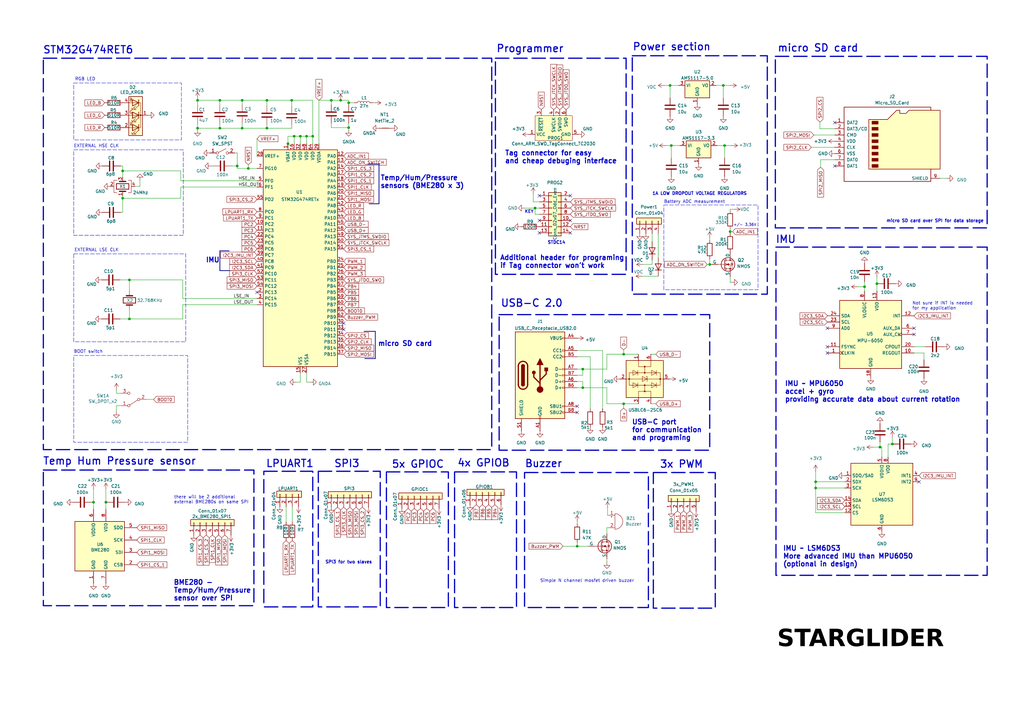
<source format=kicad_sch>
(kicad_sch (version 20231120) (generator "eeschema") (generator_version "8.0")
  (paper "A3")
  (title_block (title "STARGLIDER Main Board") (date "2024-08-12") (rev "1"))
  (junction (at 109.474 52.578))
  (junction (at 81.026 52.578))
  (junction (at 334.518 200.152))
  (junction (at 90.17 52.578))
  (junction (at 125.73 55.88))
  (junction (at 38.354 205.994))
  (junction (at 90.17 41.148))
  (junction (at 118.11 58.928))
  (junction (at 135.89 41.148))
  (junction (at 120.65 55.88))
  (junction (at 128.27 55.88))
  (junction (at 50.292 70.104))
  (junction (at 119.634 41.148))
  (junction (at 81.026 41.148))
  (junction (at 366.014 182.118))
  (junction (at 139.7 41.148))
  (junction (at 99.314 52.578))
  (junction (at 291.084 108.458))
  (junction (at 296.672 35.052))
  (junction (at 255.778 165.608))
  (junction (at 236.728 224.028))
  (junction (at 255.778 145.288))
  (junction (at 53.086 114.808))
  (junction (at 354.584 117.602))
  (junction (at 299.466 94.996))
  (junction (at 123.19 55.88))
  (junction (at 274.828 35.052))
  (junction (at 143.002 52.324))
  (junction (at 359.664 116.332))
  (junction (at 50.292 81.28))
  (junction (at 143.002 42.164))
  (junction (at 297.18 59.69))
  (junction (at 239.014 159.004))
  (junction (at 109.474 41.148))
  (junction (at 53.086 130.81))
  (junction (at 99.314 41.148))
  (junction (at 334.518 197.612))
  (junction (at 239.014 151.384))
  (junction (at 360.934 183.388))
  (junction (at 275.336 59.69))
  (junction (at 219.456 85.344))
  (junction (at 43.434 205.994))
  (junction (at 97.282 68.072))
  (junction (at 101.854 69.088))
  (no_connect (at 233.934 80.264))
  (no_connect (at 233.934 95.504))
  (no_connect (at 236.728 169.164))
  (no_connect (at 376.936 197.612))
  (no_connect (at 233.934 90.424))
  (no_connect (at 342.392 68.072))
  (no_connect (at 374.904 137.16))
  (no_connect (at 140.97 135.128))
  (no_connect (at 221.234 80.264))
  (no_connect (at 140.97 132.588))
  (no_connect (at 339.344 134.62))
  (no_connect (at 236.728 166.624))
  (no_connect (at 339.344 144.78))
  (no_connect (at 374.904 134.62))
  (no_connect (at 342.392 50.292))
  (no_connect (at 105.41 119.888))
  (no_connect (at 221.234 90.424))
  (no_connect (at 339.344 142.24))
  (no_connect (at 221.234 95.504))
  (wire (pts (xy 255.778 143.51) (xy 255.778 145.288)))
  (wire (pts (xy 43.434 205.994) (xy 43.434 208.788)))
  (wire (pts (xy 291.084 108.458) (xy 291.846 108.458)))
  (wire (pts (xy 130.81 41.148) (xy 135.89 41.148)))
  (wire (pts (xy 230.886 224.028) (xy 236.728 224.028)))
  (wire (pts (xy 109.474 51.054) (xy 109.474 52.578)))
  (wire (pts (xy 97.282 68.072) (xy 94.996 68.072)))
  (wire (pts (xy 342.392 52.832) (xy 336.296 52.832)))
  (wire (pts (xy 81.026 50.8) (xy 81.026 52.578)))
  (wire (pts (xy 336.296 50.038) (xy 336.296 52.832)))
  (wire (pts (xy 86.614 68.072) (xy 87.376 68.072)))
  (wire (pts (xy 236.728 159.004) (xy 239.014 159.004)))
  (wire (pts (xy 236.728 224.028) (xy 241.3 224.028)))
  (wire (pts (xy 81.026 40.386) (xy 81.026 41.148)))
  (wire (pts (xy 135.89 52.324) (xy 135.89 50.546)))
  (wire (pts (xy 90.17 41.148) (xy 90.17 43.18)))
  (wire (pts (xy 119.634 51.308) (xy 119.634 52.578)))
  (wire (pts (xy 153.67 42.164) (xy 152.908 42.164)))
  (wire (pts (xy 53.086 114.808) (xy 74.93 114.808)))
  (wire (pts (xy 97.282 69.088) (xy 97.282 68.072)))
  (wire (pts (xy 109.474 41.148) (xy 109.474 43.434)))
  (wire (pts (xy 53.086 127) (xy 53.086 130.81)))
  (wire (pts (xy 379.476 142.24) (xy 374.904 142.24)))
  (wire (pts (xy 49.276 114.808) (xy 53.086 114.808)))
  (wire (pts (xy 118.11 58.928) (xy 118.11 55.88)))
  (wire (pts (xy 120.65 55.88) (xy 123.19 55.88)))
  (wire (pts (xy 334.518 197.612) (xy 346.456 197.612)))
  (wire (pts (xy 236.728 213.868) (xy 236.728 214.884)))
  (wire (pts (xy 49.53 68.072) (xy 50.292 68.072)))
  (wire (pts (xy 236.728 156.464) (xy 239.014 156.464)))
  (wire (pts (xy 261.874 145.288) (xy 255.778 145.288)))
  (wire (pts (xy 215.138 85.344) (xy 219.456 85.344)))
  (wire (pts (xy 294.132 59.69) (xy 297.18 59.69)))
  (bus (pts (xy 90.17 110.998) (xy 93.98 110.998)))
  (wire (pts (xy 249.682 211.328) (xy 249.174 211.328)))
  (bus (pts (xy 150.876 67.31) (xy 155.448 67.31)))
  (wire (pts (xy 97.282 62.738) (xy 96.266 62.738)))
  (wire (pts (xy 119.634 41.148) (xy 109.474 41.148)))
  (wire (pts (xy 50.292 80.264) (xy 50.292 81.28)))
  (wire (pts (xy 128.27 41.148) (xy 119.634 41.148)))
  (wire (pts (xy 90.17 41.148) (xy 81.026 41.148)))
  (wire (pts (xy 346.456 210.312) (xy 334.518 210.312)))
  (wire (pts (xy 270.002 95.758) (xy 270.002 105.664)))
  (wire (pts (xy 300.99 85.852) (xy 299.466 85.852)))
  (wire (pts (xy 299.466 85.852) (xy 299.466 86.36)))
  (wire (pts (xy 247.142 167.64) (xy 247.142 143.764)))
  (wire (pts (xy 145.288 42.164) (xy 143.002 42.164)))
  (wire (pts (xy 135.89 52.324) (xy 143.002 52.324)))
  (wire (pts (xy 374.904 144.78) (xy 378.968 144.78)))
  (wire (pts (xy 74.168 74.168) (xy 105.41 74.168)))
  (wire (pts (xy 119.634 41.148) (xy 119.634 43.688)))
  (wire (pts (xy 275.336 59.69) (xy 275.336 64.77)))
  (wire (pts (xy 130.81 41.148) (xy 130.81 58.928)))
  (bus (pts (xy 153.924 147.066) (xy 149.606 147.066)))
  (wire (pts (xy 127.254 156.718) (xy 125.73 156.718)))
  (wire (pts (xy 296.672 35.052) (xy 299.466 35.052)))
  (wire (pts (xy 248.92 216.408) (xy 248.92 218.948)))
  (wire (pts (xy 297.18 59.69) (xy 299.974 59.69)))
  (wire (pts (xy 267.462 108.458) (xy 263.652 108.458)))
  (wire (pts (xy 354.584 115.57) (xy 354.584 117.602)))
  (wire (pts (xy 57.404 73.914) (xy 57.404 76.454)))
  (wire (pts (xy 267.462 99.06) (xy 267.462 95.758)))
  (wire (pts (xy 50.292 81.28) (xy 50.292 87.122)))
  (wire (pts (xy 299.466 93.98) (xy 299.466 94.996)))
  (wire (pts (xy 47.752 161.29) (xy 47.752 159.766)))
  (wire (pts (xy 90.17 52.578) (xy 99.314 52.578)))
  (wire (pts (xy 57.404 76.454) (xy 55.372 76.454)))
  (wire (pts (xy 275.336 59.69) (xy 278.892 59.69)))
  (wire (pts (xy 296.672 35.052) (xy 296.672 40.132)))
  (wire (pts (xy 49.784 161.29) (xy 47.752 161.29)))
  (wire (pts (xy 74.168 70.104) (xy 50.292 70.104)))
  (wire (pts (xy 351.79 117.602) (xy 354.584 117.602)))
  (bus (pts (xy 153.924 135.89) (xy 153.924 147.066)))
  (wire (pts (xy 364.236 182.118) (xy 366.014 182.118)))
  (wire (pts (xy 125.73 55.88) (xy 128.27 55.88)))
  (wire (pts (xy 143.002 41.148) (xy 143.002 42.164)))
  (wire (pts (xy 74.168 76.708) (xy 74.168 81.28)))
  (wire (pts (xy 334.518 200.152) (xy 334.518 197.612)))
  (wire (pts (xy 219.456 87.884) (xy 219.456 85.344)))
  (wire (pts (xy 378.968 147.574) (xy 378.968 144.78)))
  (wire (pts (xy 336.55 65.532) (xy 336.55 68.58)))
  (bus (pts (xy 155.448 83.566) (xy 151.384 83.566)))
  (wire (pts (xy 366.014 179.324) (xy 366.014 182.118)))
  (wire (pts (xy 242.062 167.64) (xy 242.062 146.304)))
  (wire (pts (xy 291.084 106.172) (xy 291.084 108.458)))
  (wire (pts (xy 101.854 69.088) (xy 97.282 69.088)))
  (wire (pts (xy 118.11 59.182) (xy 118.11 58.928)))
  (wire (pts (xy 49.784 166.37) (xy 47.752 166.37)))
  (wire (pts (xy 117.348 207.772) (xy 117.348 214.122)))
  (wire (pts (xy 273.05 59.69) (xy 275.336 59.69)))
  (wire (pts (xy 299.974 115.824) (xy 299.466 115.824)))
  (wire (pts (xy 272.542 35.052) (xy 274.828 35.052)))
  (wire (pts (xy 74.168 81.28) (xy 50.292 81.28)))
  (wire (pts (xy 239.014 151.384) (xy 236.728 151.384)))
  (wire (pts (xy 297.18 59.69) (xy 297.18 64.77)))
  (wire (pts (xy 267.462 106.68) (xy 267.462 108.458)))
  (wire (pts (xy 101.854 69.088) (xy 105.41 69.088)))
  (wire (pts (xy 121.412 156.718) (xy 123.19 156.718)))
  (wire (pts (xy 354.584 117.602) (xy 354.584 119.38)))
  (wire (pts (xy 109.474 52.578) (xy 119.634 52.578)))
  (wire (pts (xy 359.664 116.332) (xy 359.664 119.38)))
  (wire (pts (xy 123.19 156.718) (xy 123.19 152.908)))
  (wire (pts (xy 293.624 35.052) (xy 296.672 35.052)))
  (wire (pts (xy 236.728 222.504) (xy 236.728 224.028)))
  (wire (pts (xy 242.062 146.304) (xy 236.728 146.304)))
  (wire (pts (xy 299.466 94.996) (xy 299.466 95.758)))
  (wire (pts (xy 143.002 50.546) (xy 143.002 52.324)))
  (wire (pts (xy 218.694 82.804) (xy 221.234 82.804)))
  (wire (pts (xy 247.142 143.764) (xy 236.728 143.764)))
  (wire (pts (xy 268.986 145.288) (xy 266.954 145.288)))
  (wire (pts (xy 342.392 65.532) (xy 336.55 65.532)))
  (wire (pts (xy 50.292 68.072) (xy 50.292 70.104)))
  (wire (pts (xy 139.7 41.148) (xy 143.002 41.148)))
  (wire (pts (xy 125.73 55.88) (xy 125.73 58.928)))
  (wire (pts (xy 128.27 58.928) (xy 128.27 55.88)))
  (wire (pts (xy 239.014 156.464) (xy 239.014 159.004)))
  (wire (pts (xy 299.466 115.824) (xy 299.466 113.538)))
  (wire (pts (xy 101.854 67.564) (xy 101.854 69.088)))
  (wire (pts (xy 291.084 97.536) (xy 291.084 98.552)))
  (bus (pts (xy 93.98 102.87) (xy 90.17 102.87)))
  (wire (pts (xy 47.752 166.37) (xy 47.752 168.91)))
  (wire (pts (xy 49.276 130.81) (xy 53.086 130.81)))
  (wire (pts (xy 120.65 58.928) (xy 120.65 55.88)))
  (wire (pts (xy 37.592 205.994) (xy 38.354 205.994)))
  (wire (pts (xy 248.92 165.608) (xy 255.778 165.608)))
  (wire (pts (xy 109.474 41.148) (xy 99.314 41.148)))
  (wire (pts (xy 59.944 163.83) (xy 62.992 163.83)))
  (wire (pts (xy 74.168 70.104) (xy 74.168 74.168)))
  (wire (pts (xy 99.314 50.546) (xy 99.314 52.578)))
  (wire (pts (xy 361.696 183.388) (xy 360.934 183.388)))
  (wire (pts (xy 248.92 229.108) (xy 248.92 230.632)))
  (wire (pts (xy 334.518 197.612) (xy 334.518 193.294)))
  (wire (pts (xy 255.778 167.386) (xy 255.778 165.608)))
  (wire (pts (xy 81.026 53.34) (xy 81.026 52.578)))
  (wire (pts (xy 361.696 187.452) (xy 361.696 183.388)))
  (wire (pts (xy 274.828 35.052) (xy 274.828 40.132)))
  (wire (pts (xy 90.17 50.8) (xy 90.17 52.578)))
  (wire (pts (xy 135.89 41.148) (xy 139.7 41.148)))
  (wire (pts (xy 143.002 42.164) (xy 143.002 42.926)))
  (wire (pts (xy 38.354 205.994) (xy 38.354 208.788)))
  (wire (pts (xy 290.068 108.458) (xy 291.084 108.458)))
  (wire (pts (xy 236.728 153.924) (xy 239.014 153.924)))
  (bus (pts (xy 149.352 135.89) (xy 153.924 135.89)))
  (wire (pts (xy 128.27 55.88) (xy 128.27 41.148)))
  (wire (pts (xy 239.014 159.004) (xy 248.92 159.004)))
  (wire (pts (xy 118.11 55.88) (xy 120.65 55.88)))
  (wire (pts (xy 360.934 181.356) (xy 360.934 183.388)))
  (wire (pts (xy 268.986 165.608) (xy 266.954 165.608)))
  (wire (pts (xy 50.292 87.122) (xy 49.53 87.122)))
  (wire (pts (xy 74.93 122.428) (xy 74.93 114.808)))
  (wire (pts (xy 299.466 94.996) (xy 300.482 94.996)))
  (wire (pts (xy 239.014 153.924) (xy 239.014 151.384)))
  (wire (pts (xy 43.688 205.994) (xy 43.434 205.994)))
  (wire (pts (xy 135.89 42.926) (xy 135.89 41.148)))
  (wire (pts (xy 255.778 165.608) (xy 261.874 165.608)))
  (wire (pts (xy 263.398 113.284) (xy 270.002 113.284)))
  (wire (pts (xy 248.92 159.004) (xy 248.92 165.608)))
  (wire (pts (xy 119.888 207.772) (xy 119.888 214.122)))
  (wire (pts (xy 334.518 200.152) (xy 346.456 200.152)))
  (wire (pts (xy 333.756 55.372) (xy 342.392 55.372)))
  (wire (pts (xy 99.314 52.578) (xy 109.474 52.578)))
  (wire (pts (xy 105.41 56.896) (xy 105.41 64.008)))
  (wire (pts (xy 221.234 87.884) (xy 219.456 87.884)))
  (wire (pts (xy 74.93 124.968) (xy 105.41 124.968)))
  (wire (pts (xy 53.086 130.81) (xy 74.93 130.81)))
  (wire (pts (xy 218.694 79.502) (xy 218.694 82.804)))
  (wire (pts (xy 248.92 145.288) (xy 248.92 151.384)))
  (wire (pts (xy 249.174 211.328) (xy 249.174 208.28)))
  (wire (pts (xy 99.314 41.148) (xy 99.314 42.926)))
  (wire (pts (xy 364.236 187.452) (xy 364.236 182.118)))
  (wire (pts (xy 74.93 122.428) (xy 105.41 122.428)))
  (wire (pts (xy 248.92 151.384) (xy 239.014 151.384)))
  (wire (pts (xy 43.434 200.66) (xy 43.434 205.994)))
  (wire (pts (xy 274.828 35.052) (xy 278.384 35.052)))
  (wire (pts (xy 123.19 55.88) (xy 123.19 58.928)))
  (bus (pts (xy 155.448 67.31) (xy 155.448 83.566)))
  (wire (pts (xy 125.73 156.718) (xy 125.73 152.908)))
  (wire (pts (xy 358.14 183.388) (xy 360.934 183.388)))
  (wire (pts (xy 359.664 113.538) (xy 359.664 116.332)))
  (wire (pts (xy 249.682 216.408) (xy 248.92 216.408)))
  (wire (pts (xy 53.086 119.38) (xy 53.086 114.808)))
  (wire (pts (xy 74.93 130.81) (xy 74.93 124.968)))
  (wire (pts (xy 143.002 53.34) (xy 143.002 52.324)))
  (wire (pts (xy 123.19 55.88) (xy 125.73 55.88)))
  (wire (pts (xy 74.168 76.708) (xy 105.41 76.708)))
  (bus (pts (xy 90.17 102.87) (xy 90.17 110.998)))
  (wire (pts (xy 50.292 70.104) (xy 50.292 72.644)))
  (wire (pts (xy 99.314 41.148) (xy 90.17 41.148)))
  (wire (pts (xy 385.572 73.152) (xy 388.366 73.152)))
  (wire (pts (xy 81.026 52.578) (xy 90.17 52.578)))
  (wire (pts (xy 334.518 210.312) (xy 334.518 200.152)))
  (wire (pts (xy 332.74 60.452) (xy 342.392 60.452)))
  (wire (pts (xy 255.778 145.288) (xy 248.92 145.288)))
  (wire (pts (xy 38.354 200.66) (xy 38.354 205.994)))
  (wire (pts (xy 219.456 85.344) (xy 221.234 85.344)))
  (wire (pts (xy 81.026 41.148) (xy 81.026 43.18)))
  (wire (pts (xy 97.282 62.738) (xy 97.282 68.072)))
  (rectangle (start 130.556 193.294) (end 155.956 248.92) (stroke (width 0.5) (type dash)))
  (rectangle (start 318.008 23.114) (end 404.876 93.472) (stroke (width 0.5) (type dash)))
  (rectangle (start 259.334 22.86) (end 314.706 120.65) (stroke (width 0.5) (type dash)))
  (rectangle (start 30.226 104.14) (end 76.2 140.208) (stroke (width 0) (type dash)))
  (rectangle (start 158.496 193.548) (end 183.896 249.174) (stroke (width 0.5) (type dash)))
  (rectangle (start 203.2 23.876) (end 256.794 112.522) (stroke (width 0.5) (type dash)))
  (rectangle (start 30.226 61.468) (end 75.184 96.52) (stroke (width 0) (type dash)))
  (rectangle (start 272.288 84.074) (end 310.896 118.872) (stroke (width 0) (type dash)))
  (rectangle (start 30.226 145.796) (end 76.962 181.356) (stroke (width 0) (type dash)))
  (rectangle (start 215.138 193.802) (end 265.938 249.174) (stroke (width 0.5) (type dash)))
  (rectangle (start 108.204 193.294) (end 128.27 248.92) (stroke (width 0.5) (type dash)))
  (rectangle (start 17.78 23.876) (end 201.676 184.404) (stroke (width 0.5) (type dash)))
  (rectangle (start 186.436 193.548) (end 211.836 249.174) (stroke (width 0.5) (type dash)))
  (rectangle (start 318.262 101.346) (end 404.876 235.966) (stroke (width 0.5) (type dash)))
  (rectangle (start 30.226 34.036) (end 74.422 57.404) (stroke (width 0) (type dash)))
  (rectangle (start 267.97 193.802) (end 293.37 249.428) (stroke (width 0.5) (type dash)))
  (rectangle (start 204.724 129.032) (end 291.084 184.658) (stroke (width 0.5) (type dash)))
  (rectangle (start 17.78 192.786) (end 104.14 248.412) (stroke (width 0.5) (type dash)))
  (text "BME280 - \nTemp/Hum/Pressure\nsensor over SPI" (at 71.12 246.634 0) (effects (font (size 2 2) (thickness 0.4) (bold yes)) (justify left bottom)))
  (text "KEY" (at 215.138 87.63 0) (effects (font (size 1.27 1.27) (bold yes)) (justify left bottom)))
  (text "Programmer" (at 203.454 21.844 0) (effects (font (size 3 3) (thickness 0.454) (bold yes)) (justify left bottom)))
  (text "IMU" (at 318.008 100.076 0) (effects (font (size 3 3) (thickness 0.454) (bold yes)) (justify left bottom)))
  (text "STM32G474RET6" (at 17.526 22.352 0) (effects (font (size 3 3) (thickness 0.454) (bold yes)) (justify left bottom)))
  (text "micro SD card" (at 318.77 21.59 0) (effects (font (size 3 3) (thickness 0.454) (bold yes)) (justify left bottom)))
  (text "IMU" (at 84.328 107.95 0) (effects (font (size 2 2) (thickness 0.4) (bold yes)) (justify left bottom)))
  (text "USB-C 2.0" (at 205.232 126.238 0) (effects (font (size 3 3) (thickness 0.454) (bold yes)) (justify left bottom)))
  (text "SPI3 for two slaves" (at 133.35 231.394 0) (effects (font (size 1.27 1.27) (bold yes)) (justify left bottom)))
  (text "3x PWM" (at 270.51 192.278 0) (effects (font (size 3 3) (thickness 0.454) (bold yes)) (justify left bottom)))
  (text "Tag connector for easy \nand cheap debuging interface" (at 207.01 67.31 0) (effects (font (size 2 2) (thickness 0.4) (bold yes)) (justify left bottom)))
  (text "Additional header for programing \nif Tag connector won't work" (at 204.978 110.236 0) (effects (font (size 2 2) (thickness 0.4) (bold yes)) (justify left bottom)))
  (text "IMU ~ MPU6050 \naccel + gyro \nproviding accurate data about current rotation" (at 321.818 165.1 0) (effects (font (size 2 2) (thickness 0.4) (bold yes)) (justify left bottom)))
  (text "Not sure if INT is needed \nfor my application" (at 374.142 127.254 0) (effects (font (size 1.27 1.27)) (justify left bottom)))
  (text "SPI3" (at 136.906 192.024 0) (effects (font (size 3 3) (thickness 0.454) (bold yes)) (justify left bottom)))
  (text "LPUART1" (at 108.966 192.024 0) (effects (font (size 3 3) (thickness 0.454) (bold yes)) (justify left bottom)))
  (text "micro SD card over SPI for data storage" (at 363.474 91.44 0) (effects (font (size 1.27 1.27) (thickness 0.254) (bold yes)) (justify left bottom)))
  (text "+/- 3,36V" (at 300.736 92.964 0) (effects (font (size 1.1 1.1)) (justify left bottom)))
  (text "BOOT switch" (at 30.226 145.034 0) (effects (font (size 1.27 1.27)) (justify left bottom)))
  (text "STARGLIDER" (at 318.77 268.224 0) (effects (font (size 7 7) (thickness 0.254) (bold yes)) (justify left bottom)))
  (text "4x GPIOB" (at 187.452 191.77 0) (effects (font (size 3 3) (thickness 0.454) (bold yes)) (justify left bottom)))
  (text "EXTERNAL HSE CLK" (at 30.226 60.706 0) (effects (font (size 1.27 1.27)) (justify left bottom)))
  (text "RGB LED " (at 30.734 33.274 0) (effects (font (size 1.27 1.27)) (justify left bottom)))
  (text "there will be 2 additional \nexternal BME280s on same SPI " (at 71.374 206.756 0) (effects (font (size 1.27 1.27)) (justify left bottom)))
  (text "IMU ~ LSM6DS3\nMore advanced IMU than MPU6050 \n(optional in design)" (at 321.056 232.664 0) (effects (font (size 2 2) (thickness 0.4) (bold yes)) (justify left bottom)))
  (text "Simple N channel mosfet driven buzzer" (at 221.488 239.014 0) (effects (font (size 1.27 1.27)) (justify left bottom)))
  (text "Temp/Hum/Pressure\nsensors (BME280 x 3)" (at 155.956 77.47 0) (effects (font (size 2 2) (thickness 0.4) (bold yes)) (justify left bottom)))
  (text "5x GPIOC" (at 160.528 192.278 0) (effects (font (size 3 3) (thickness 0.454) (bold yes)) (justify left bottom)))
  (text "Buzzer" (at 215.138 192.024 0) (effects (font (size 3 3) (thickness 0.454) (bold yes)) (justify left bottom)))
  (text "Power section" (at 259.334 21.082 0) (effects (font (size 3 3) (thickness 0.454) (bold yes)) (justify left bottom)))
  (text "micro SD card" (at 154.94 142.24 0) (effects (font (size 2 2) (thickness 0.4) (bold yes)) (justify left bottom)))
  (text "USB-C port \nfor communication \nand programing " (at 259.08 180.848 0) (effects (font (size 2 2) (thickness 0.4) (bold yes)) (justify left bottom)))
  (text "1A LOW DROPOUT VOLTAGE REGULATORS" (at 267.462 80.264 0) (effects (font (size 1.27 1.27) (thickness 0.254) (bold yes)) (justify left bottom)))
  (text "Battery ADC measurement" (at 272.288 83.566 0) (effects (font (size 1.27 1.27)) (justify left bottom)))
  (text "EXTERNAL LSE CLK" (at 30.48 103.378 0) (effects (font (size 1.27 1.27)) (justify left bottom)))
  (text "Temp Hum Pressure sensor" (at 17.526 191.008 0) (effects (font (size 3 3) (thickness 0.454) (bold yes)) (justify left bottom)))
  (text "STDC14" (at 224.536 100.33 0) (effects (font (size 1.27 1.27) (thickness 0.254) (bold yes)) (justify left bottom)))
  (label "LSE_IN" (at 95.758 122.428 0))
  (label "HSE_OUT" (at 97.79 76.708 0))
  (label "HSE_IN" (at 97.79 74.168 0))
  (label "LSE_OUT" (at 95.758 124.968 0))
  (global_label "ADC_IN1" (shape input) (at 140.97 64.008 0) (property "Intersheetrefs" "${INTERSHEET_REFS}" (effects (hide yes))))
  (global_label "PB4" (shape input) (at 140.97 117.348 0) (property "Intersheetrefs" "${INTERSHEET_REFS}" (effects (hide yes))))
  (global_label "SPI2_MOSI" (shape input) (at 140.97 145.288 0) (property "Intersheetrefs" "${INTERSHEET_REFS}" (effects (hide yes))))
  (global_label "USB_D-" (shape input) (at 140.97 91.948 0) (property "Intersheetrefs" "${INTERSHEET_REFS}" (effects (hide yes))))
  (global_label "SPI1_MISO" (shape input) (at 56.134 216.408 0) (property "Intersheetrefs" "${INTERSHEET_REFS}" (effects (hide yes))))
  (global_label "I2C3_SCL" (shape input) (at 346.456 207.772 180) (property "Intersheetrefs" "${INTERSHEET_REFS}" (effects (hide yes))))
  (global_label "VREF+" (shape input) (at 130.81 41.148 90) (property "Intersheetrefs" "${INTERSHEET_REFS}" (effects (hide yes))))
  (global_label "SPI1_CLK" (shape input) (at 140.97 76.708 0) (property "Intersheetrefs" "${INTERSHEET_REFS}" (effects (hide yes))))
  (global_label "PC6" (shape input) (at 177.546 208.534 270) (property "Intersheetrefs" "${INTERSHEET_REFS}" (effects (hide yes))))
  (global_label "SPI1_CLK" (shape input) (at 56.134 221.488 0) (property "Intersheetrefs" "${INTERSHEET_REFS}" (effects (hide yes))))
  (global_label "ADC_ON_SWITCH" (shape input) (at 140.97 66.548 0) (property "Intersheetrefs" "${INTERSHEET_REFS}" (effects (hide yes))))
  (global_label "SPI3_MISO" (shape input) (at 105.41 114.808 180) (property "Intersheetrefs" "${INTERSHEET_REFS}" (effects (hide yes))))
  (global_label "SPI2_MISO" (shape input) (at 336.55 68.58 270) (property "Intersheetrefs" "${INTERSHEET_REFS}" (effects (hide yes))))
  (global_label "PC3" (shape input) (at 105.41 94.488 180) (property "Intersheetrefs" "${INTERSHEET_REFS}" (effects (hide yes))))
  (global_label "LPUART1_TX" (shape input) (at 105.41 89.408 180) (property "Intersheetrefs" "${INTERSHEET_REFS}" (effects (hide yes))))
  (global_label "PWM_3" (shape input) (at 282.956 209.55 270) (property "Intersheetrefs" "${INTERSHEET_REFS}" (effects (hide yes))))
  (global_label "BOOT0" (shape input) (at 62.992 163.83 0) (property "Intersheetrefs" "${INTERSHEET_REFS}" (effects (hide yes))))
  (global_label "Buzzer_PWM" (shape input) (at 140.97 130.048 0) (property "Intersheetrefs" "${INTERSHEET_REFS}" (effects (hide yes))))
  (global_label "I2C3_SDA" (shape input) (at 346.456 205.232 180) (property "Intersheetrefs" "${INTERSHEET_REFS}" (effects (hide yes))))
  (global_label "SPI1_MOSI" (shape input) (at 56.134 226.568 0) (property "Intersheetrefs" "${INTERSHEET_REFS}" (effects (hide yes))))
  (global_label "SPI1_CS_3" (shape input) (at 82.042 219.456 270) (property "Intersheetrefs" "${INTERSHEET_REFS}" (effects (hide yes))))
  (global_label "LED_G" (shape input) (at 140.97 86.868 0) (property "Intersheetrefs" "${INTERSHEET_REFS}" (effects (hide yes))))
  (global_label "I2C3_SDA" (shape input) (at 105.41 109.728 180) (property "Intersheetrefs" "${INTERSHEET_REFS}" (effects (hide yes))))
  (global_label "SPI1_CS_1" (shape input) (at 56.134 231.648 0) (property "Intersheetrefs" "${INTERSHEET_REFS}" (effects (hide yes))))
  (global_label "PC4" (shape input) (at 105.41 97.028 180) (property "Intersheetrefs" "${INTERSHEET_REFS}" (effects (hide yes))))
  (global_label "LPUART1_RX" (shape input) (at 105.41 86.868 180) (property "Intersheetrefs" "${INTERSHEET_REFS}" (effects (hide yes))))
  (global_label "I2C3_IMU_INT" (shape input) (at 105.41 104.648 180) (property "Intersheetrefs" "${INTERSHEET_REFS}" (effects (hide yes))))
  (global_label "SPI1_CS_1" (shape input) (at 140.97 74.168 0) (property "Intersheetrefs" "${INTERSHEET_REFS}" (effects (hide yes))))
  (global_label "PWM_1" (shape input) (at 140.97 107.188 0) (property "Intersheetrefs" "${INTERSHEET_REFS}" (effects (hide yes))))
  (global_label "SPI1_CLK" (shape input) (at 87.122 219.456 270) (property "Intersheetrefs" "${INTERSHEET_REFS}" (effects (hide yes))))
  (global_label "ADC_IN1" (shape input) (at 300.482 94.996 0) (property "Intersheetrefs" "${INTERSHEET_REFS}" (effects (hide yes))))
  (global_label "USB_D+" (shape input) (at 140.97 94.488 0) (property "Intersheetrefs" "${INTERSHEET_REFS}" (effects (hide yes))))
  (global_label "SPI1_CS_3" (shape input) (at 140.97 69.088 0) (property "Intersheetrefs" "${INTERSHEET_REFS}" (effects (hide yes))))
  (global_label "SPI3_CS_1" (shape input) (at 138.43 208.026 270) (property "Intersheetrefs" "${INTERSHEET_REFS}" (effects (hide yes))))
  (global_label "PB6" (shape input) (at 140.97 122.428 0) (property "Intersheetrefs" "${INTERSHEET_REFS}" (effects (hide yes))))
  (global_label "D-" (shape input) (at 255.778 143.51 90) (property "Intersheetrefs" "${INTERSHEET_REFS}" (effects (hide yes))))
  (global_label "SPI1_MISO" (shape input) (at 140.97 79.248 0) (property "Intersheetrefs" "${INTERSHEET_REFS}" (effects (hide yes))))
  (global_label "SYS_JTCK_SWCLK" (shape input) (at 233.934 85.344 0) (property "Intersheetrefs" "${INTERSHEET_REFS}" (effects (hide yes))))
  (global_label "SPI1_MOSI" (shape input) (at 140.97 81.788 0) (property "Intersheetrefs" "${INTERSHEET_REFS}" (effects (hide yes))))
  (global_label "NRST" (shape input) (at 101.854 67.564 90) (property "Intersheetrefs" "${INTERSHEET_REFS}" (effects (hide yes))))
  (global_label "SPI3_CS_2" (shape input) (at 105.41 81.788 180) (property "Intersheetrefs" "${INTERSHEET_REFS}" (effects (hide yes))))
  (global_label "SPI3_CLK" (shape input) (at 140.97 208.026 270) (property "Intersheetrefs" "${INTERSHEET_REFS}" (effects (hide yes))))
  (global_label "PC4" (shape input) (at 172.466 208.534 270) (property "Intersheetrefs" "${INTERSHEET_REFS}" (effects (hide yes))))
  (global_label "PC3" (shape input) (at 169.926 208.534 270) (property "Intersheetrefs" "${INTERSHEET_REFS}" (effects (hide yes))))
  (global_label "SPI3_MOSI" (shape input) (at 105.41 117.348 180) (property "Intersheetrefs" "${INTERSHEET_REFS}" (effects (hide yes))))
  (global_label "SPI3_CLK" (shape input) (at 105.41 112.268 180) (property "Intersheetrefs" "${INTERSHEET_REFS}" (effects (hide yes))))
  (global_label "ADC_ON_SWITCH" (shape input) (at 290.068 108.458 180) (property "Intersheetrefs" "${INTERSHEET_REFS}" (effects (hide yes))))
  (global_label "SPI2_CLK" (shape input) (at 140.97 140.208 0) (property "Intersheetrefs" "${INTERSHEET_REFS}" (effects (hide yes))))
  (global_label "SYS_JTMS_SWDIO" (shape input) (at 233.934 82.804 0) (property "Intersheetrefs" "${INTERSHEET_REFS}" (effects (hide yes))))
  (global_label "SPI2_MISO" (shape input) (at 140.97 142.748 0) (property "Intersheetrefs" "${INTERSHEET_REFS}" (effects (hide yes))))
  (global_label "Buzzer_PWM" (shape input) (at 230.886 224.028 180) (property "Intersheetrefs" "${INTERSHEET_REFS}" (effects (hide yes))))
  (global_label "LPUART1_RX" (shape input) (at 117.348 221.742 270) (property "Intersheetrefs" "${INTERSHEET_REFS}" (effects (hide yes))))
  (global_label "I2C3_SCL" (shape input) (at 339.344 132.08 180) (property "Intersheetrefs" "${INTERSHEET_REFS}" (effects (hide yes))))
  (global_label "USB_D+" (shape input) (at 268.986 165.608 0) (property "Intersheetrefs" "${INTERSHEET_REFS}" (effects (hide yes))))
  (global_label "LPUART1_TX" (shape input) (at 119.888 221.742 270) (property "Intersheetrefs" "${INTERSHEET_REFS}" (effects (hide yes))))
  (global_label "SPI3_CS_1" (shape input) (at 140.97 102.108 0) (property "Intersheetrefs" "${INTERSHEET_REFS}" (effects (hide yes))))
  (global_label "SPI2_CLK" (shape input) (at 332.74 60.452 180) (property "Intersheetrefs" "${INTERSHEET_REFS}" (effects (hide yes))))
  (global_label "SPI3_MOSI" (shape input) (at 146.05 208.026 270) (property "Intersheetrefs" "${INTERSHEET_REFS}" (effects (hide yes))))
  (global_label "PC2" (shape input) (at 105.41 91.948 180) (property "Intersheetrefs" "${INTERSHEET_REFS}" (effects (hide yes))))
  (global_label "PWM_1" (shape input) (at 277.876 209.55 270) (property "Intersheetrefs" "${INTERSHEET_REFS}" (effects (hide yes))))
  (global_label "PB5" (shape input) (at 200.406 207.01 270) (property "Intersheetrefs" "${INTERSHEET_REFS}" (effects (hide yes))))
  (global_label "PWM_3" (shape input) (at 140.97 112.268 0) (property "Intersheetrefs" "${INTERSHEET_REFS}" (effects (hide yes))))
  (global_label "PB7" (shape input) (at 140.97 124.968 0) (property "Intersheetrefs" "${INTERSHEET_REFS}" (effects (hide yes))))
  (global_label "NRST" (shape input) (at 233.934 92.964 0) (property "Intersheetrefs" "${INTERSHEET_REFS}" (effects (hide yes))))
  (global_label "PB6" (shape input) (at 197.866 207.01 270) (property "Intersheetrefs" "${INTERSHEET_REFS}" (effects (hide yes))))
  (global_label "PC2" (shape input) (at 167.386 208.534 270) (property "Intersheetrefs" "${INTERSHEET_REFS}" (effects (hide yes))))
  (global_label "I2C3_SDA" (shape input) (at 339.344 129.54 180) (property "Intersheetrefs" "${INTERSHEET_REFS}" (effects (hide yes))))
  (global_label "PWM_2" (shape input) (at 280.416 209.55 270) (property "Intersheetrefs" "${INTERSHEET_REFS}" (effects (hide yes))))
  (global_label "SYS_JTDO_SWO" (shape input) (at 140.97 114.808 0) (property "Intersheetrefs" "${INTERSHEET_REFS}" (effects (hide yes))))
  (global_label "LED_R" (shape input) (at 140.97 84.328 0) (property "Intersheetrefs" "${INTERSHEET_REFS}" (effects (hide yes))))
  (global_label "NRST" (shape input) (at 221.996 44.958 90) (property "Intersheetrefs" "${INTERSHEET_REFS}" (effects (hide yes))))
  (global_label "LED_B" (shape input) (at 140.97 89.408 0) (property "Intersheetrefs" "${INTERSHEET_REFS}" (effects (hide yes))))
  (global_label "SYS_JTMS_SWDIO" (shape input) (at 140.97 97.028 0) (property "Intersheetrefs" "${INTERSHEET_REFS}" (effects (hide yes))))
  (global_label "PC5" (shape input) (at 105.41 99.568 180) (property "Intersheetrefs" "${INTERSHEET_REFS}" (effects (hide yes))))
  (global_label "PB7" (shape input) (at 195.326 207.01 270) (property "Intersheetrefs" "${INTERSHEET_REFS}" (effects (hide yes))))
  (global_label "LED_R" (shape input) (at 42.926 52.324 180) (property "Intersheetrefs" "${INTERSHEET_REFS}" (effects (hide yes))))
  (global_label "SYS_JTCK_SWCLK" (shape input) (at 140.97 99.568 0) (property "Intersheetrefs" "${INTERSHEET_REFS}" (effects (hide yes))))
  (global_label "SPI2_MOSI" (shape input) (at 333.756 55.372 180) (property "Intersheetrefs" "${INTERSHEET_REFS}" (effects (hide yes))))
  (global_label "SPI2_CS" (shape input) (at 140.97 137.668 0) (property "Intersheetrefs" "${INTERSHEET_REFS}" (effects (hide yes))))
  (global_label "SYS_JTMS_SWDIO" (shape input) (at 229.616 44.958 90) (property "Intersheetrefs" "${INTERSHEET_REFS}" (effects (hide yes))))
  (global_label "I2C3_SCL" (shape input) (at 105.41 107.188 180) (property "Intersheetrefs" "${INTERSHEET_REFS}" (effects (hide yes))))
  (global_label "I2C3_IMU_INT" (shape input) (at 376.936 195.072 0) (property "Intersheetrefs" "${INTERSHEET_REFS}" (effects (hide yes))))
  (global_label "VREF+" (shape input) (at 105.41 56.896 0) (property "Intersheetrefs" "${INTERSHEET_REFS}" (effects (hide yes))))
  (global_label "SPI1_CS_2" (shape input) (at 84.582 219.456 270) (property "Intersheetrefs" "${INTERSHEET_REFS}" (effects (hide yes))))
  (global_label "D+" (shape input) (at 255.778 167.386 270) (property "Intersheetrefs" "${INTERSHEET_REFS}" (effects (hide yes))))
  (global_label "PB5" (shape input) (at 140.97 119.888 0) (property "Intersheetrefs" "${INTERSHEET_REFS}" (effects (hide yes))))
  (global_label "PWM_2" (shape input) (at 140.97 109.728 0) (property "Intersheetrefs" "${INTERSHEET_REFS}" (effects (hide yes))))
  (global_label "SPI3_MISO" (shape input) (at 143.51 208.026 270) (property "Intersheetrefs" "${INTERSHEET_REFS}" (effects (hide yes))))
  (global_label "PB4" (shape input) (at 202.946 207.01 270) (property "Intersheetrefs" "${INTERSHEET_REFS}" (effects (hide yes))))
  (global_label "SPI2_CS" (shape input) (at 336.296 50.038 90) (property "Intersheetrefs" "${INTERSHEET_REFS}" (effects (hide yes))))
  (global_label "SPI1_MISO" (shape input) (at 89.662 219.456 270) (property "Intersheetrefs" "${INTERSHEET_REFS}" (effects (hide yes))))
  (global_label "SPI3_CS_2" (shape input) (at 148.59 208.026 270) (property "Intersheetrefs" "${INTERSHEET_REFS}" (effects (hide yes))))
  (global_label "LED_B" (shape input) (at 42.926 42.164 180) (property "Intersheetrefs" "${INTERSHEET_REFS}" (effects (hide yes))))
  (global_label "SYS_JTDO_SWO" (shape input) (at 232.156 44.958 90) (property "Intersheetrefs" "${INTERSHEET_REFS}" (effects (hide yes))))
  (global_label "BOOT0" (shape input) (at 140.97 127.508 0) (property "Intersheetrefs" "${INTERSHEET_REFS}" (effects (hide yes))))
  (global_label "LED_G" (shape input) (at 42.926 47.244 180) (property "Intersheetrefs" "${INTERSHEET_REFS}" (effects (hide yes))))
  (global_label "PC5" (shape input) (at 175.006 208.534 270) (property "Intersheetrefs" "${INTERSHEET_REFS}" (effects (hide yes))))
  (global_label "I2C3_IMU_INT" (shape input) (at 374.904 129.54 0) (property "Intersheetrefs" "${INTERSHEET_REFS}" (effects (hide yes))))
  (global_label "SPI1_MOSI" (shape input) (at 92.202 219.456 270) (property "Intersheetrefs" "${INTERSHEET_REFS}" (effects (hide yes))))
  (global_label "USB_D-" (shape input) (at 268.986 145.288 0) (property "Intersheetrefs" "${INTERSHEET_REFS}" (effects (hide yes))))
  (global_label "SYS_JTCK_SWCLK" (shape input) (at 227.076 44.958 90) (property "Intersheetrefs" "${INTERSHEET_REFS}" (effects (hide yes))))
  (global_label "SYS_JTDO_SWO" (shape input) (at 233.934 87.884 0) (property "Intersheetrefs" "${INTERSHEET_REFS}" (effects (hide yes))))
  (global_label "PC6" (shape input) (at 105.41 102.108 180) (property "Intersheetrefs" "${INTERSHEET_REFS}" (effects (hide yes))))
  (global_label "SPI1_CS_2" (shape input) (at 140.97 71.628 0) (property "Intersheetrefs" "${INTERSHEET_REFS}" (effects (hide yes))))
  (symbol (lib_name "+3V3_2") (lib_id "power:+3V3") (at 334.518 193.294 0) (unit 1)
    (property "Reference" "#PWR083" (effects (hide yes)))
    (property "Value" "+3V3" (at 334.518 187.96 0))
    (property "Description" "Power symbol creates a global label with name \"+3V3\"" (effects (hide yes)))
  )
  (symbol (lib_id "power:+5V") (at 273.05 59.69 90) (unit 1)
    (property "Reference" "#PWR023" (effects (hide yes)))
    (property "Value" "+5V" (at 270.002 59.69 90) (effects (justify left)))
  )
  (symbol (lib_id "power:GNDA") (at 127.254 156.718 90) (unit 1)
    (property "Reference" "#PWR04" (effects (hide yes)))
    (property "Value" "GNDA" (at 130.556 157.353 90) (effects (justify right)))
  )
  (symbol (lib_id "power:GND") (at 388.366 73.152 90) (unit 1)
    (property "Reference" "#PWR039" (effects (hide yes)))
    (property "Value" "GND" (at 392.43 73.787 90) (effects (justify right)))
  )
  (symbol (lib_id "Device:R") (at 46.736 42.164 270) (unit 1)
    (property "Reference" "R6" (at 46.736 40.132 90))
    (property "Value" "510R" (at 46.736 42.164 90))
    (property "Footprint" "Resistor_SMD:R_0603_1608Metric" (effects (hide yes)))
  )
  (symbol (lib_id "Connector:Conn_ARM_SWD_TagConnect_TC2030") (at 227.076 52.578 90) (unit 1) (in_bom no)
    (property "Reference" "PROG1" (at 224.536 56.642 90) (effects (justify right)))
    (property "Value" "Conn_ARM_SWD_TagConnect_TC2030" (at 209.804 58.928 90) (effects (justify right)))
    (property "Footprint" "Connector:Tag-Connect_TC2030-IDC-FP_2x03_P1.27mm_Vertical" (effects (hide yes)))
    (property "Datasheet" "https://www.tag-connect.com/wp-content/uploads/bsk-pdf-manager/TC2030-CTX_1.pdf" (effects (hide yes)))
  )
  (symbol (lib_id "Device:C") (at 33.782 205.994 90) (unit 1)
    (property "Reference" "C22" (at 33.782 199.39 90))
    (property "Value" "100n" (at 33.782 201.93 90))
    (property "Footprint" "Capacitor_SMD:C_0603_1608Metric" (effects (hide yes)))
  )
  (symbol (lib_id "Device:L") (at 149.098 42.164 90) (unit 1)
    (property "Reference" "L1" (at 149.352 40.132 90))
    (property "Value" "27n" (at 149.352 43.434 90))
    (property "Footprint" "Inductor_SMD:L_0603_1608Metric" (effects (hide yes)))
  )
  (symbol (lib_id "power:+3V3") (at 151.13 208.026 180) (unit 1)
    (property "Reference" "#PWR060" (effects (hide yes)))
    (property "Value" "+3V3" (at 151.13 213.614 90))
  )
  (symbol (lib_id "Device:C") (at 297.18 68.58 0) (unit 1)
    (property "Reference" "C16" (at 300.228 67.945 0) (effects (justify left)))
    (property "Value" "10u" (at 300.228 70.485 0) (effects (justify left)))
    (property "Footprint" "Capacitor_SMD:C_0603_1608Metric" (effects (hide yes)))
  )
  (symbol (lib_name "+3V3_1") (lib_id "power:+3V3") (at 285.496 209.55 180) (unit 1)
    (property "Reference" "#PWR078" (effects (hide yes)))
    (property "Value" "+3V3" (at 285.75 215.138 90))
    (property "Description" "Power symbol creates a global label with name \"+3V3\"" (effects (hide yes)))
  )
  (symbol (lib_id "Device:Buzzer") (at 252.222 213.868 0) (unit 1)
    (property "Reference" "BZ1" (at 256.794 212.598 0) (effects (justify left)))
    (property "Value" "Buzzer" (at 256.54 214.884 0) (effects (justify left)))
    (property "Footprint" "Buzzer_Beeper:MagneticBuzzer_PUI_AT-0927-TT-6-R" (effects (hide yes)))
  )
  (symbol (lib_id "power:GND") (at 361.696 217.932 0) (unit 1)
    (property "Reference" "#PWR084" (effects (hide yes)))
    (property "Value" "GND" (at 361.696 223.012 0))
  )
  (symbol (lib_id "Device:R") (at 46.736 52.324 270) (unit 1)
    (property "Reference" "R4" (at 46.736 50.292 90))
    (property "Value" "510R" (at 46.736 52.324 90))
    (property "Footprint" "Resistor_SMD:R_0603_1608Metric" (effects (hide yes)))
  )
  (symbol (lib_id "power:GNDA") (at 143.002 53.34 0) (unit 1)
    (property "Reference" "#PWR06" (effects (hide yes)))
    (property "Value" "GNDA" (at 143.002 58.166 0))
  )
  (symbol (lib_id "power:+3V3") (at 299.974 59.69 270) (unit 1)
    (property "Reference" "#PWR027" (effects (hide yes)))
    (property "Value" "+3V3" (at 303.022 59.436 90) (effects (justify left)))
  )
  (symbol (lib_id "Device:C") (at 119.634 47.498 0) (unit 1)
    (property "Reference" "C4" (at 120.65 45.212 0) (effects (justify left)))
    (property "Value" "100n" (at 120.65 49.784 0) (effects (justify left)))
    (property "Footprint" "Capacitor_SMD:C_0603_1608Metric" (effects (hide yes)))
  )
  (symbol (lib_id "power:GND") (at 275.336 72.39 0) (unit 1)
    (property "Reference" "#PWR024" (effects (hide yes)))
    (property "Value" "GND" (at 275.336 77.216 0))
  )
  (symbol (lib_id "power:GND") (at 41.656 114.808 270) (unit 1)
    (property "Reference" "#PWR014" (effects (hide yes)))
    (property "Value" "GND" (at 39.624 116.586 90) (effects (justify right)))
  )
  (symbol (lib_id "power:+3V3") (at 359.664 113.538 0) (unit 1)
    (property "Reference" "#PWR044" (effects (hide yes)))
    (property "Value" "+3V3" (at 359.664 109.982 0))
  )
  (symbol (lib_id "Device:C") (at 90.17 46.99 0) (unit 1)
    (property "Reference" "C2" (at 90.932 44.958 0) (effects (justify left)))
    (property "Value" "100n" (at 90.932 49.53 0) (effects (justify left)))
    (property "Footprint" "Capacitor_SMD:C_0603_1608Metric" (effects (hide yes)))
  )
  (symbol (lib_id "power:GND") (at 286.512 67.31 0) (unit 1)
    (property "Reference" "#PWR025" (effects (hide yes)))
    (property "Value" "GND" (at 286.512 72.136 0))
  )
  (symbol (lib_id "power:+5V") (at 236.728 138.684 270) (unit 1)
    (property "Reference" "#PWR038" (effects (hide yes)))
    (property "Value" "+5V" (at 240.03 139.319 90) (effects (justify left)))
  )
  (symbol (lib_id "power:GNDA") (at 155.448 52.578 270) (unit 1)
    (property "Reference" "#PWR09" (effects (hide yes)))
    (property "Value" "GNDA" (at 151.384 54.61 90))
  )
  (symbol (lib_id "power:GND") (at 248.92 230.632 0) (unit 1)
    (property "Reference" "#PWR074" (effects (hide yes)))
    (property "Value" "GND" (at 248.92 234.95 0))
  )
  (symbol (lib_id "Sensor_Motion:MPU-6050") (at 357.124 137.16 0) (unit 1)
    (property "Reference" "U5" (at 355.346 136.906 0) (effects (justify left)))
    (property "Value" "MPU-6050" (at 351.536 139.7 0) (effects (justify left)))
    (property "Footprint" "Sensor_Motion:InvenSense_QFN-24_4x4mm_P0.5mm" (effects (hide yes)))
    (property "Datasheet" "https://invensense.tdk.com/wp-content/uploads/2015/02/MPU-6000-Datasheet1.pdf" (effects (hide yes)))
  )
  (symbol (lib_id "power:+3V3") (at 218.694 79.502 0) (unit 1)
    (property "Reference" "#PWR063" (effects (hide yes)))
    (property "Value" "+3V3" (at 218.186 75.946 0))
  )
  (symbol (lib_id "Device:R") (at 217.424 92.964 90) (unit 1)
    (property "Reference" "R9" (at 217.424 90.932 90))
    (property "Value" "100R" (at 217.424 92.964 90))
    (property "Footprint" "Resistor_SMD:R_0603_1608Metric" (effects (hide yes)))
  )
  (symbol (lib_id "Connector_Generic:Conn_01x06") (at 197.866 201.93 90) (unit 1)
    (property "Reference" "GPIOB1" (at 198.628 199.644 90))
    (property "Value" "Conn_01x06" (at 190.246 206.502 0))
    (property "Footprint" "Connector_JST:JST_SH_SM06B-SRSS-TB_1x06-1MP_P1.00mm_Horizontal" (effects (hide yes)))
  )
  (symbol (lib_id "power:GND") (at 29.972 205.994 270) (unit 1)
    (property "Reference" "#PWR052" (effects (hide yes)))
    (property "Value" "GND" (at 25.908 206.629 90) (effects (justify right)))
  )
  (symbol (lib_id "Device:C") (at 99.314 46.736 0) (unit 1)
    (property "Reference" "C3" (at 100.33 44.704 0) (effects (justify left)))
    (property "Value" "100n" (at 100.076 49.53 0) (effects (justify left)))
    (property "Footprint" "Capacitor_SMD:C_0603_1608Metric" (effects (hide yes)))
  )
  (symbol (lib_id "Switch:SW_SPST") (at 91.186 62.738 0) (unit 1)
    (property "Reference" "SW2" (at 91.186 56.388 0))
    (property "Value" "SW_SPST" (at 91.186 58.928 0))
    (property "Footprint" "Button_Switch_SMD:SW_SPST_CK_RS282G05A3" (effects (hide yes)))
    (property "Description" "Single Pole Single Throw (SPST) switch" (effects (hide yes)))
  )
  (symbol (lib_id "power:GND") (at 387.096 142.24 90) (unit 1)
    (property "Reference" "#PWR045" (effects (hide yes)))
    (property "Value" "GND" (at 391.414 142.875 90) (effects (justify right)))
  )
  (symbol (lib_id "power:GND") (at 81.026 53.34 0) (unit 1)
    (property "Reference" "#PWR02" (effects (hide yes)))
    (property "Value" "GND" (at 81.026 58.928 0))
  )
  (symbol (lib_id "power:GND") (at 297.18 72.39 0) (unit 1)
    (property "Reference" "#PWR026" (effects (hide yes)))
    (property "Value" "GND" (at 297.18 77.216 0))
  )
  (symbol (lib_id "power:+3V3") (at 122.428 207.772 180) (unit 1)
    (property "Reference" "#PWR054" (effects (hide yes)))
    (property "Value" "+3V3" (at 122.682 211.074 90) (effects (justify left)))
  )
  (symbol (lib_id "Device:C") (at 135.89 46.736 0) (unit 1)
    (property "Reference" "C6" (at 136.652 44.704 0) (effects (justify left)))
    (property "Value" "100n" (at 136.652 49.276 0) (effects (justify left)))
    (property "Footprint" "Capacitor_SMD:C_0603_1608Metric" (effects (hide yes)))
  )
  (symbol (lib_id "Device:C") (at 143.002 46.736 0) (unit 1)
    (property "Reference" "C7" (at 143.764 44.704 0) (effects (justify left)))
    (property "Value" "1u" (at 143.764 49.276 0) (effects (justify left)))
    (property "Footprint" "Capacitor_SMD:C_0603_1608Metric" (effects (hide yes)))
  )
  (symbol (lib_id "power:GND") (at 41.656 130.81 270) (unit 1)
    (property "Reference" "#PWR015" (effects (hide yes)))
    (property "Value" "GND" (at 39.624 132.588 90) (effects (justify right)))
  )
  (symbol (lib_id "power:+5V") (at 291.084 97.536 0) (unit 1)
    (property "Reference" "#PWR076" (effects (hide yes)))
    (property "Value" "+5V" (at 291.084 93.98 0))
  )
  (symbol (lib_id "Device:R") (at 46.736 47.244 270) (unit 1)
    (property "Reference" "R5" (at 46.482 45.212 90))
    (property "Value" "510R" (at 46.736 47.244 90))
    (property "Footprint" "Resistor_SMD:R_0603_1608Metric" (effects (hide yes)))
  )
  (symbol (lib_id "Connector:Micro_SD_Card") (at 365.252 57.912 0) (unit 1)
    (property "Reference" "J2" (at 365.887 39.624 0))
    (property "Value" "Micro_SD_Card" (at 365.887 42.164 0))
    (property "Footprint" "Library:micro_SD_card" (effects (hide yes)))
    (property "Datasheet" "http://katalog.we-online.de/em/datasheet/693072010801.pdf" (effects (hide yes)))
  )
  (symbol (lib_id "Device:C") (at 363.474 116.332 270) (unit 1)
    (property "Reference" "C17" (at 363.728 113.03 90))
    (property "Value" "100n" (at 363.728 119.888 90))
    (property "Footprint" "Capacitor_SMD:C_0603_1608Metric" (effects (hide yes)))
  )
  (symbol (lib_id "power:GND") (at 160.528 52.578 90) (unit 1)
    (property "Reference" "#PWR08" (effects (hide yes)))
    (property "Value" "GND" (at 164.338 55.118 90))
  )
  (symbol (lib_id "Device:C") (at 45.72 87.122 90) (unit 1)
    (property "Reference" "C9" (at 46.736 83.566 90) (effects (justify left)))
    (property "Value" "6p8" (at 47.498 90.678 90) (effects (justify left)))
    (property "Footprint" "Capacitor_SMD:C_0603_1608Metric" (effects (hide yes)))
  )
  (symbol (lib_id "power:+5V") (at 274.574 155.448 270) (unit 1)
    (property "Reference" "#PWR037" (effects (hide yes)))
    (property "Value" "+5V" (at 278.13 156.083 90) (effects (justify left)))
  )
  (symbol (lib_id "power:GND") (at 264.922 95.758 0) (unit 1)
    (property "Reference" "#PWR086" (effects (hide yes)))
    (property "Value" "GND" (at 264.922 100.33 90))
  )
  (symbol (lib_id "Simulation_SPICE:NMOS") (at 296.926 108.458 0) (unit 1)
    (property "Reference" "Q2" (at 302.514 106.68 0) (effects (justify left)))
    (property "Value" "NMOS" (at 302.26 109.22 0) (effects (justify left)))
    (property "Footprint" "Library:PUOLOP 2N7002-SOT23" (effects (hide yes)))
    (property "Datasheet" "https://ngspice.sourceforge.io/docs/ngspice-manual.pdf" (effects (hide yes)))
    (property "Sim.Device" "NMOS" (effects (hide yes)))
    (property "Sim.Type" "VDMOS" (effects (hide yes)))
    (property "Sim.Pins" "1=G 2=S 3=D" (effects (hide yes)))
  )
  (symbol (lib_id "power:GND") (at 57.404 73.914 180) (unit 1)
    (property "Reference" "#PWR013" (effects (hide yes)))
    (property "Value" "GND" (at 58.674 71.374 0) (effects (justify right)))
  )
  (symbol (lib_id "Device:NetTie_2") (at 157.988 52.578 0) (unit 1) (in_bom no)
    (property "Reference" "NT1" (at 157.734 46.99 0))
    (property "Value" "NetTie_2" (at 157.734 49.53 0))
    (property "Footprint" "NetTie:NetTie-2_SMD_Pad0.5mm" (effects (hide yes)))
  )
  (symbol (lib_id "power:+3V3") (at 43.434 200.66 0) (unit 1)
    (property "Reference" "#PWR059" (effects (hide yes)))
    (property "Value" "+3V3" (at 43.434 196.85 0))
  )
  (symbol (lib_id "Switch:SW_DPDT_x2") (at 54.864 163.83 180) (unit 1)
    (property "Reference" "SW1" (at 42.164 162.306 0))
    (property "Value" "SW_DPDT_x2" (at 42.164 164.592 0))
    (property "Footprint" "Button_Switch_SMD:SW_SPDT_PCM12" (effects (hide yes)))
  )
  (symbol (lib_id "Device:C") (at 81.026 46.99 0) (unit 1)
    (property "Reference" "C1" (at 81.534 44.958 0) (effects (justify left)))
    (property "Value" "4u7" (at 81.534 49.276 0) (effects (justify left)))
    (property "Footprint" "Capacitor_SMD:C_0603_1608Metric" (effects (hide yes)))
  )
  (symbol (lib_id "power:GND") (at 247.142 175.26 0) (unit 1)
    (property "Reference" "#PWR034" (effects (hide yes)))
    (property "Value" "GND" (at 247.142 180.086 0))
  )
  (symbol (lib_id "power:VDC") (at 263.652 108.458 90) (unit 1)
    (property "Reference" "#PWR087" (effects (hide yes)))
    (property "Value" "VDC" (at 261.874 106.68 90))
  )
  (symbol (lib_id "power:+3V3") (at 47.752 159.766 0) (unit 1)
    (property "Reference" "#PWR029" (effects (hide yes)))
    (property "Value" "+3V3" (at 47.752 154.432 0))
  )
  (symbol (lib_id "Device:R") (at 119.888 217.932 0) (unit 1)
    (property "Reference" "R7" (at 121.92 217.297 0) (effects (justify left)))
    (property "Value" "10R" (at 119.888 219.71 90) (effects (justify left)))
    (property "Footprint" "Resistor_SMD:R_0603_1608Metric" (effects (hide yes)))
  )
  (symbol (lib_id "power:GND") (at 60.706 47.244 90) (unit 1)
    (property "Reference" "#PWR057" (effects (hide yes)))
    (property "Value" "GND" (at 65.024 46.609 90) (effects (justify right)))
  )
  (symbol (lib_id "Sensor:BME280") (at 40.894 224.028 0) (unit 1)
    (property "Reference" "U6" (at 42.418 223.266 0) (effects (justify right)))
    (property "Value" "BME280" (at 44.958 225.552 0) (effects (justify right)))
    (property "Footprint" "Package_LGA:Bosch_LGA-8_2.5x2.5mm_P0.65mm_ClockwisePinNumbering" (effects (hide yes)))
    (property "Datasheet" "https://www.bosch-sensortec.com/media/boschsensortec/downloads/datasheets/bst-bme280-ds002.pdf" (effects (hide yes)))
  )
  (symbol (lib_id "power:GND") (at 86.614 68.072 270) (unit 1)
    (property "Reference" "#PWR017" (effects (hide yes)))
    (property "Value" "GND" (at 84.582 70.104 90) (effects (justify right)))
  )
  (symbol (lib_id "power:GND") (at 373.634 182.118 90) (unit 1)
    (property "Reference" "#PWR081" (effects (hide yes)))
    (property "Value" "GND" (at 377.952 182.753 90) (effects (justify right)))
  )
  (symbol (lib_id "Device:C") (at 45.466 130.81 90) (unit 1)
    (property "Reference" "C11" (at 46.482 127.254 90) (effects (justify left)))
    (property "Value" "5p1" (at 47.244 134.366 90) (effects (justify left)))
    (property "Footprint" "Capacitor_SMD:C_0603_1608Metric" (effects (hide yes)))
  )
  (symbol (lib_id "power:GND") (at 86.106 62.738 270) (unit 1)
    (property "Reference" "#PWR016" (effects (hide yes)))
    (property "Value" "GND" (at 84.074 64.77 90) (effects (justify right)))
  )
  (symbol (lib_id "power:GND") (at 346.456 195.072 270) (unit 1)
    (property "Reference" "#PWR085" (effects (hide yes)))
    (property "Value" "GND" (at 343.916 196.088 90) (effects (justify right)))
  )
  (symbol (lib_id "power:GND") (at 38.354 239.268 0) (unit 1)
    (property "Reference" "#PWR049" (effects (hide yes)))
    (property "Value" "GND" (at 38.354 244.348 0))
  )
  (symbol (lib_id "Device:C") (at 383.286 142.24 270) (unit 1)
    (property "Reference" "C18" (at 383.54 138.938 90))
    (property "Value" "2n2" (at 383.54 145.796 90))
    (property "Footprint" "Capacitor_SMD:C_0603_1608Metric" (effects (hide yes)))
  )
  (symbol (lib_id "power:GND") (at 192.786 207.01 0) (unit 1)
    (property "Reference" "#PWR067" (effects (hide yes)))
    (property "Value" "GND" (at 192.786 211.582 90))
  )
  (symbol (lib_id "Device:R") (at 247.142 171.45 0) (unit 1)
    (property "Reference" "R3" (at 248.666 173.228 0) (effects (justify left)))
    (property "Value" "5k1" (at 247.904 175.514 0) (effects (justify left)))
    (property "Footprint" "Resistor_SMD:R_0603_1608Metric" (effects (hide yes)))
  )
  (symbol (lib_id "power:+3V3") (at 38.354 200.66 0) (unit 1)
    (property "Reference" "#PWR058" (effects (hide yes)))
    (property "Value" "+3V3" (at 38.354 196.85 0))
  )
  (symbol (lib_id "Device:C") (at 45.466 114.808 90) (unit 1)
    (property "Reference" "C10" (at 46.482 111.252 90) (effects (justify left)))
    (property "Value" "5p1" (at 47.244 118.364 90) (effects (justify left)))
    (property "Footprint" "Capacitor_SMD:C_0603_1608Metric" (effects (hide yes)))
  )
  (symbol (lib_id "Device:C") (at 369.824 182.118 270) (unit 1)
    (property "Reference" "C24" (at 370.078 178.816 90))
    (property "Value" "100n" (at 370.078 185.674 90))
    (property "Footprint" "Capacitor_SMD:C_0603_1608Metric" (effects (hide yes)))
  )
  (symbol (lib_id "Device:R") (at 236.728 218.694 0) (unit 1)
    (property "Reference" "R11" (at 238.76 218.059 0) (effects (justify left)))
    (property "Value" "47K" (at 238.76 220.599 0) (effects (justify left)))
    (property "Footprint" "Resistor_SMD:R_0603_1608Metric" (effects (hide yes)))
  )
  (symbol (lib_id "power:GND") (at 242.062 175.26 0) (unit 1)
    (property "Reference" "#PWR033" (effects (hide yes)))
    (property "Value" "GND" (at 242.062 180.086 0))
  )
  (symbol (lib_id "Device:C") (at 91.186 68.072 90) (unit 1)
    (property "Reference" "C12" (at 92.456 64.516 90) (effects (justify left)))
    (property "Value" "100n" (at 93.726 71.628 90) (effects (justify left)))
    (property "Footprint" "Capacitor_SMD:C_0603_1608Metric" (effects (hide yes)))
  )
  (symbol (lib_id "MCU_ST_STM32G4:STM32G474RETx") (at 123.19 107.188 0) (unit 1)
    (property "Reference" "U1" (at 121.412 78.74 0) (effects (justify left)))
    (property "Value" "STM32G474RETx" (at 115.316 81.788 0) (effects (justify left)))
    (property "Footprint" "Package_QFP:LQFP-64_10x10mm_P0.5mm" (effects (hide yes)))
    (property "Datasheet" "https://www.st.com/resource/en/datasheet/stm32g474re.pdf" (effects (hide yes)))
  )
  (symbol (lib_id "power:GND") (at 262.382 95.758 0) (unit 1)
    (property "Reference" "#PWR069" (effects (hide yes)))
    (property "Value" "GND" (at 262.382 100.33 90))
  )
  (symbol (lib_id "power:+3V3") (at 342.392 57.912 90) (unit 1)
    (property "Reference" "#PWR040" (effects (hide yes)))
    (property "Value" "+3V3" (at 339.09 57.912 90) (effects (justify left)))
  )
  (symbol (lib_id "Device:Crystal") (at 53.086 123.19 90) (unit 1)
    (property "Reference" "X2" (at 54.61 123.19 90) (effects (justify left)))
    (property "Value" "32.768KHz" (at 56.134 123.19 90) (effects (justify right)))
    (property "Footprint" "Crystal:Crystal_SMD_3215-2Pin_3.2x1.5mm" (effects (hide yes)))
  )
  (symbol (lib_id "power:+3V3") (at 94.742 219.456 180) (unit 1)
    (property "Reference" "#PWR056" (effects (hide yes)))
    (property "Value" "+3V3" (at 94.996 222.504 90) (effects (justify left)))
  )
  (symbol (lib_id "Regulator_Linear:AMS1117-5.0") (at 286.004 35.052 0) (unit 1)
    (property "Reference" "U2" (at 286.004 29.464 0))
    (property "Value" "AMS1117-5.0" (at 286.004 32.004 0))
    (property "Footprint" "Package_TO_SOT_SMD:SOT-223-3_TabPin2" (effects (hide yes)))
    (property "Datasheet" "http://www.advanced-monolithic.com/pdf/ds1117.pdf" (effects (hide yes)))
  )
  (symbol (lib_name "GND_1") (lib_id "power:GND") (at 275.336 209.55 0) (unit 1)
    (property "Reference" "#PWR077" (effects (hide yes)))
    (property "Value" "GND" (at 275.336 214.376 90))
    (property "Description" "Power symbol creates a global label with name \"GND\" , ground" (effects (hide yes)))
  )
  (symbol (lib_id "power:GND") (at 378.968 155.194 0) (unit 1)
    (property "Reference" "#PWR048" (effects (hide yes)))
    (property "Value" "GND" (at 378.968 160.528 0))
  )
  (symbol (lib_id "Connector_Generic:Conn_01x07") (at 143.51 202.946 90) (unit 1)
    (property "Reference" "SPI3" (at 143.256 200.406 90))
    (property "Value" "Conn_01x07" (at 133.604 207.264 0))
    (property "Footprint" "Connector_JST:JST_SH_SM07B-SRSS-TB_1x07-1MP_P1.00mm_Horizontal" (effects (hide yes)))
    (property "Manufacturer" "JST" (effects (hide yes)))
  )
  (symbol (lib_id "power:+3V3") (at 153.67 42.164 270) (unit 1)
    (property "Reference" "#PWR07" (effects (hide yes)))
    (property "Value" "+3V3" (at 157.48 42.799 90) (effects (justify left)))
  )
  (symbol (lib_id "power:GND") (at 45.212 76.454 270) (unit 1)
    (property "Reference" "#PWR012" (effects (hide yes)))
    (property "Value" "GND" (at 43.18 78.486 90) (effects (justify right)))
  )
  (symbol (lib_id "Device:D") (at 270.002 109.474 90) (unit 1)
    (property "Reference" "D2" (at 265.684 110.49 90) (effects (justify right)))
    (property "Value" "D" (at 266.192 112.014 90) (effects (justify right)))
    (property "Description" "Diode" (effects (hide yes)))
    (property "Sim.Device" "D" (effects (hide yes)))
    (property "Sim.Pins" "1=K 2=A" (effects (hide yes)))
  )
  (symbol (lib_id "power:+3V3") (at 180.086 208.534 180) (unit 1)
    (property "Reference" "#PWR066" (effects (hide yes)))
    (property "Value" "+3V3" (at 180.086 214.122 90))
  )
  (symbol (lib_id "power:GND") (at 367.284 116.332 90) (unit 1)
    (property "Reference" "#PWR043" (effects (hide yes)))
    (property "Value" "GND" (at 371.602 116.967 90) (effects (justify right)))
  )
  (symbol (lib_id "Connector_Generic:Conn_01x05") (at 280.416 204.47 90) (unit 1)
    (property "Reference" "3x_PWM1" (at 280.416 198.628 90))
    (property "Value" "Conn_01x05" (at 280.416 201.168 90))
    (property "Footprint" "Connector_JST:JST_SH_SM05B-SRSS-TB_1x05-1MP_P1.00mm_Horizontal" (effects (hide yes)))
    (property "Description" "Generic connector, single row, 01x05, script generated (kicad-library-utils/schlib/autogen/connector/)" (effects (hide yes)))
  )
  (symbol (lib_id "Power_Protection:USBLC6-2SC6") (at 264.414 155.448 270) (unit 1)
    (property "Reference" "U4" (at 264.414 142.748 90))
    (property "Value" "USBLC6-2SC6" (at 264.668 168.148 90))
    (property "Footprint" "Package_TO_SOT_SMD:SOT-23-6" (effects (hide yes)))
    (property "Datasheet" "https://www.st.com/resource/en/datasheet/usblc6-2.pdf" (effects (hide yes)))
  )
  (symbol (lib_id "power:+3V3") (at 366.014 179.324 0) (unit 1)
    (property "Reference" "#PWR080" (effects (hide yes)))
    (property "Value" "+3V3" (at 366.014 175.768 0))
  )
  (symbol (lib_id "Device:R") (at 291.084 102.362 0) (unit 1)
    (property "Reference" "R12" (at 286.004 101.6 0) (effects (justify left)))
    (property "Value" "47K" (at 286.004 103.378 0) (effects (justify left)))
    (property "Footprint" "Resistor_SMD:R_0603_1608Metric" (effects (hide yes)))
  )
  (symbol (lib_id "Device:D") (at 267.462 102.87 90) (unit 1)
    (property "Reference" "D1" (at 263.398 103.886 90) (effects (justify right)))
    (property "Value" "D" (at 264.668 105.664 90) (effects (justify right)))
    (property "Description" "Diode" (effects (hide yes)))
    (property "Sim.Device" "D" (effects (hide yes)))
    (property "Sim.Pins" "1=K 2=A" (effects (hide yes)))
  )
  (symbol (lib_id "Device:C") (at 378.968 151.384 0) (unit 1)
    (property "Reference" "C20" (at 374.65 150.368 0))
    (property "Value" "100n" (at 374.65 152.4 0))
    (property "Footprint" "Capacitor_SMD:C_0603_1608Metric" (effects (hide yes)))
  )
  (symbol (lib_id "power:GND") (at 274.828 47.752 0) (unit 1)
    (property "Reference" "#PWR022" (effects (hide yes)))
    (property "Value" "GND" (at 274.828 52.578 0))
  )
  (symbol (lib_id "power:+3V3") (at 205.486 207.01 180) (unit 1)
    (property "Reference" "#PWR068" (effects (hide yes)))
    (property "Value" "+3V3" (at 205.486 212.598 90))
  )
  (symbol (lib_id "power:+5V") (at 299.466 35.052 270) (unit 1)
    (property "Reference" "#PWR019" (effects (hide yes)))
    (property "Value" "+5V" (at 303.53 35.687 90) (effects (justify left)))
  )
  (symbol (lib_id "power:VDC") (at 263.398 113.284 90) (unit 1)
    (property "Reference" "#PWR088" (effects (hide yes)))
    (property "Value" "VDC" (at 261.874 111.506 90))
  )
  (symbol (lib_id "Device:C") (at 354.584 111.76 180) (unit 1)
    (property "Reference" "C19" (at 350.52 111.506 0))
    (property "Value" "10n" (at 350.52 113.792 0))
    (property "Footprint" "Capacitor_SMD:C_0603_1608Metric" (effects (hide yes)))
  )
  (symbol (lib_id "Device:Crystal_GND24") (at 50.292 76.454 90) (unit 1)
    (property "Reference" "X1" (at 50.292 76.454 90))
    (property "Value" "24Mhz" (at 57.658 78.994 90))
    (property "Footprint" "Crystal:Crystal_SMD_2016-4Pin_2.0x1.6mm" (effects (hide yes)))
  )
  (symbol (lib_id "Device:C") (at 274.828 43.942 0) (unit 1)
    (property "Reference" "C14" (at 277.876 43.307 0) (effects (justify left)))
    (property "Value" "10u" (at 277.876 45.847 0) (effects (justify left)))
    (property "Footprint" "Capacitor_SMD:C_0603_1608Metric" (effects (hide yes)))
  )
  (symbol (lib_id "power:GND") (at 41.91 68.072 270) (unit 1)
    (property "Reference" "#PWR010" (effects (hide yes)))
    (property "Value" "GND" (at 39.878 70.104 90) (effects (justify right)))
  )
  (symbol (lib_id "Connector_Generic:Conn_01x04") (at 264.922 90.678 90) (unit 1)
    (property "Reference" "Power1" (at 266.192 84.836 90))
    (property "Value" "Conn_01x04" (at 266.192 87.376 90))
    (property "Footprint" "Connector_JST:JST_SH_SM04B-SRSS-TB_1x04-1MP_P1.00mm_Horizontal" (effects (hide yes)))
    (property "Description" "Generic connector, single row, 01x04, script generated (kicad-library-utils/schlib/autogen/connector/)" (effects (hide yes)))
  )
  (symbol (lib_id "power:+3.3VA") (at 139.7 41.148 0) (unit 1)
    (property "Reference" "#PWR05" (effects (hide yes)))
    (property "Value" "+3.3VA" (at 139.7 37.846 0))
  )
  (symbol (lib_id "power:GND") (at 114.808 207.772 0) (unit 1)
    (property "Reference" "#PWR053" (effects (hide yes)))
    (property "Value" "GND" (at 114.808 211.074 90) (effects (justify right)))
  )
  (symbol (lib_id "Device:C") (at 360.934 177.546 180) (unit 1)
    (property "Reference" "C23" (at 356.87 177.292 0))
    (property "Value" "100n" (at 356.87 179.578 0))
    (property "Footprint" "Capacitor_SMD:C_0603_1608Metric" (effects (hide yes)))
  )
  (symbol (lib_id "power:+3V3") (at 358.14 183.388 90) (unit 1)
    (property "Reference" "#PWR082" (effects (hide yes)))
    (property "Value" "+3V3" (at 354.838 184.023 90) (effects (justify left)))
  )
  (symbol (lib_id "Connector_Generic:Conn_01x07") (at 87.122 214.376 90) (unit 1)
    (property "Reference" "2x_BME280_SPI1" (at 86.868 211.836 90))
    (property "Value" "Conn_01x07" (at 87.122 209.55 90))
    (property "Footprint" "Connector_JST:JST_SH_SM07B-SRSS-TB_1x07-1MP_P1.00mm_Horizontal" (effects (hide yes)))
    (property "Manufacturer" "JST" (effects (hide yes)))
  )
  (symbol (lib_id "power:GND") (at 296.672 47.752 0) (unit 1)
    (property "Reference" "#PWR021" (effects (hide yes)))
    (property "Value" "GND" (at 296.672 52.578 0))
  )
  (symbol (lib_id "Device:R") (at 299.466 99.568 180) (unit 1)
    (property "Reference" "R1" (at 296.672 98.298 0))
    (property "Value" "200K" (at 295.91 100.076 0))
    (property "Footprint" "Resistor_SMD:R_0603_1608Metric" (effects (hide yes)))
  )
  (symbol (lib_id "power:GND") (at 213.614 92.964 270) (unit 1)
    (property "Reference" "#PWR062" (effects (hide yes)))
    (property "Value" "GND" (at 211.328 93.98 90) (effects (justify right)))
  )
  (symbol (lib_id "Device:R") (at 242.062 171.45 0) (unit 1)
    (property "Reference" "R2" (at 238.252 173.482 0) (effects (justify left)))
    (property "Value" "5k1" (at 238.252 175.26 0) (effects (justify left)))
    (property "Footprint" "Resistor_SMD:R_0603_1608Metric" (effects (hide yes)))
  )
  (symbol (lib_id "power:GND") (at 79.502 219.456 0) (unit 1)
    (property "Reference" "#PWR055" (effects (hide yes)))
    (property "Value" "GND" (at 78.74 222.504 90) (effects (justify right)))
  )
  (symbol (lib_id "power:GND") (at 237.236 55.118 90) (unit 1)
    (property "Reference" "#PWR031" (effects (hide yes)))
    (property "Value" "GND" (at 241.046 52.832 90))
  )
  (symbol (lib_id "power:VDC") (at 300.99 85.852 270) (unit 1)
    (property "Reference" "#PWR072" (effects (hide yes)))
    (property "Value" "VDC" (at 305.562 85.852 90))
  )
  (symbol (lib_id "power:GND") (at 221.488 176.784 0) (unit 1)
    (property "Reference" "#PWR035" (effects (hide yes)))
    (property "Value" "GND" (at 221.488 181.61 0))
  )
  (symbol (lib_id "Device:R") (at 117.348 217.932 0) (unit 1)
    (property "Reference" "R8" (at 113.284 216.408 0) (effects (justify left)))
    (property "Value" "10R" (at 117.348 219.71 90) (effects (justify left)))
    (property "Footprint" "Resistor_SMD:R_0603_1608Metric" (effects (hide yes)))
  )
  (symbol (lib_id "Device:LED_KRGB") (at 55.626 47.244 180) (unit 1)
    (property "Reference" "D2" (at 54.356 35.814 0))
    (property "Value" "LED_KRGB" (at 54.102 37.846 0))
    (property "Footprint" "Library:LED_RGB_5050-6" (effects (hide yes)))
    (property "Dirtributor Link" "https://www.lcsc.com/product-detail/RGB-LEDs_TCWIN-TC5050RGBF08-3CJH-AF53A_C784540.html" (effects (hide yes)))
    (property "Manufacturer" "TCWIN" (effects (hide yes)))
    (property "Part number" "TC5050RGBF08-3CJH-AF53A" (effects (hide yes)))
  )
  (symbol (lib_id "power:GND") (at 357.124 154.94 0) (unit 1)
    (property "Reference" "#PWR042" (effects (hide yes)))
    (property "Value" "GND" (at 357.124 159.512 0))
  )
  (symbol (lib_id "Connector_Generic:Conn_01x07") (at 172.466 203.454 90) (unit 1)
    (property "Reference" "GPIOC1" (at 172.212 200.66 90))
    (property "Value" "Conn_01x07" (at 162.052 207.772 0))
    (property "Footprint" "Connector_JST:JST_SH_SM07B-SRSS-TB_1x07-1MP_P1.00mm_Horizontal" (effects (hide yes)))
  )
  (symbol (lib_id "power:+5V") (at 249.174 208.28 0) (unit 1)
    (property "Reference" "#PWR073" (effects (hide yes)))
    (property "Value" "+5V" (at 249.174 204.724 0))
  )
  (symbol (lib_id "Simulation_SPICE:NMOS") (at 246.38 224.028 0) (unit 1)
    (property "Reference" "Q1" (at 251.968 222.25 0) (effects (justify left)))
    (property "Value" "NMOS" (at 251.46 224.79 0) (effects (justify left)))
    (property "Footprint" "Library:PUOLOP 2N7002-SOT23" (effects (hide yes)))
    (property "Datasheet" "https://ngspice.sourceforge.io/docs/ngspice-manual.pdf" (effects (hide yes)))
    (property "Sim.Device" "NMOS" (effects (hide yes)))
    (property "Sim.Type" "VDMOS" (effects (hide yes)))
    (property "Sim.Pins" "1=G 2=S 3=D" (effects (hide yes)))
  )
  (symbol (lib_id "power:GND") (at 51.308 205.994 90) (unit 1)
    (property "Reference" "#PWR051" (effects (hide yes)))
    (property "Value" "GND" (at 55.118 206.629 90) (effects (justify right)))
  )
  (symbol (lib_id "power:GND") (at 215.138 85.344 270) (unit 1)
    (property "Reference" "#PWR064" (effects (hide yes)))
    (property "Value" "GND" (at 212.344 85.344 90) (effects (justify right)))
  )
  (symbol (lib_id "power:GND") (at 254.254 155.448 270) (unit 1)
    (property "Reference" "#PWR032" (effects (hide yes)))
    (property "Value" "GND" (at 251.714 156.464 90) (effects (justify right)))
  )
  (symbol (lib_id "power:GND") (at 213.868 176.784 0) (unit 1)
    (property "Reference" "#PWR036" (effects (hide yes)))
    (property "Value" "GND" (at 213.868 181.61 0))
  )
  (symbol (lib_id "power:GND") (at 43.434 239.268 0) (unit 1)
    (property "Reference" "#PWR050" (effects (hide yes)))
    (property "Value" "GND" (at 43.434 244.348 0))
  )
  (symbol (lib_id "Device:C") (at 109.474 47.244 0) (unit 1)
    (property "Reference" "C5" (at 110.744 44.958 0) (effects (justify left)))
    (property "Value" "100n" (at 110.744 49.53 0) (effects (justify left)))
    (property "Footprint" "Capacitor_SMD:C_0603_1608Metric" (effects (hide yes)))
  )
  (symbol (lib_id "power:+5V") (at 236.728 213.868 0) (unit 1)
    (property "Reference" "#PWR075" (effects (hide yes)))
    (property "Value" "+5V" (at 236.728 210.312 0))
  )
  (symbol (lib_id "power:GND") (at 164.846 208.534 0) (unit 1)
    (property "Reference" "#PWR065" (effects (hide yes)))
    (property "Value" "GND" (at 164.846 213.106 90))
  )
  (symbol (lib_id "power:GND") (at 47.752 168.91 0) (unit 1)
    (property "Reference" "#PWR028" (effects (hide yes)))
    (property "Value" "GND" (at 47.752 172.974 0))
  )
  (symbol (lib_id "Device:C") (at 47.498 205.994 90) (unit 1)
    (property "Reference" "C21" (at 47.498 199.39 90))
    (property "Value" "100n" (at 47.498 201.93 90))
    (property "Footprint" "Capacitor_SMD:C_0603_1608Metric" (effects (hide yes)))
  )
  (symbol (lib_id "Regulator_Linear:AMS1117-3.3") (at 286.512 59.69 0) (unit 1)
    (property "Reference" "U3" (at 286.512 54.102 0))
    (property "Value" "AMS1117-3.3" (at 286.512 56.642 0))
    (property "Footprint" "Package_TO_SOT_SMD:SOT-223-3_TabPin2" (effects (hide yes)))
    (property "Datasheet" "http://www.advanced-monolithic.com/pdf/ds1117.pdf" (effects (hide yes)))
  )
  (symbol (lib_id "power:GND") (at 342.392 62.992 270) (unit 1)
    (property "Reference" "#PWR041" (effects (hide yes)))
    (property "Value" "GND" (at 339.598 62.992 90) (effects (justify right)))
  )
  (symbol (lib_id "power:VDC") (at 272.542 35.052 90) (unit 1)
    (property "Reference" "#PWR018" (effects (hide yes)))
    (property "Value" "VDC" (at 269.24 35.687 90) (effects (justify left)))
  )
  (symbol (lib_id "Sensor_Motion:LSM6DS3") (at 361.696 202.692 0) (unit 1)
    (property "Reference" "U7" (at 360.426 202.692 0) (effects (justify left)))
    (property "Value" "LSM6DS3" (at 357.632 204.978 0) (effects (justify left)))
    (property "Footprint" "Package_LGA:LGA-14_3x2.5mm_P0.5mm_LayoutBorder3x4y" (effects (hide yes)))
    (property "Datasheet" "https://www.st.com/resource/en/datasheet/lsm6ds3tr-c.pdf" (effects (hide yes)))
    (property "Description" "I2C/SPI, iNEMO inertial module: always-on 3D accelerometer and 3D gyroscope" (effects (hide yes)))
  )
  (symbol (lib_id "power:GND") (at 121.412 156.718 270) (unit 1)
    (property "Reference" "#PWR03" (effects (hide yes)))
    (property "Value" "GND" (at 117.348 157.353 90) (effects (justify right)))
  )
  (symbol (lib_id "Device:C") (at 296.672 43.942 0) (unit 1)
    (property "Reference" "C13" (at 299.72 43.307 0) (effects (justify left)))
    (property "Value" "10u" (at 299.72 45.847 0) (effects (justify left)))
    (property "Footprint" "Capacitor_SMD:C_0603_1608Metric" (effects (hide yes)))
  )
  (symbol (lib_id "Device:R") (at 299.466 90.17 180) (unit 1)
    (property "Reference" "R10" (at 296.418 89.408 0))
    (property "Value" "330K" (at 295.91 91.186 0))
    (property "Footprint" "Resistor_SMD:R_0603_1608Metric" (effects (hide yes)))
  )
  (symbol (lib_id "Connector_Generic:Conn_02x07_Odd_Even") (at 226.314 87.884 0) (unit 1)
    (property "Reference" "PROG2" (at 227.584 74.93 0))
    (property "Value" "Conn_02x07_Odd_Even" (at 227.584 87.63 90))
    (property "Footprint" "Connector_PinHeader_1.27mm:PinHeader_2x07_P1.27mm_Vertical_SMD" (effects (hide yes)))
  )
  (symbol (lib_id "power:+3V3") (at 216.916 55.118 90) (unit 1)
    (property "Reference" "#PWR030" (effects (hide yes)))
    (property "Value" "+3V3" (at 212.598 52.832 90))
  )
  (symbol (lib_id "power:GND") (at 286.004 42.672 0) (unit 1)
    (property "Reference" "#PWR020" (effects (hide yes)))
    (property "Value" "GND" (at 286.004 47.498 0))
  )
  (symbol (lib_id "power:GND") (at 354.584 107.95 180) (unit 1)
    (property "Reference" "#PWR047" (effects (hide yes)))
    (property "Value" "GND" (at 354.584 103.632 0))
  )
  (symbol (lib_id "Device:C") (at 45.72 68.072 90) (unit 1)
    (property "Reference" "C8" (at 46.99 64.77 90) (effects (justify left)))
    (property "Value" "6p8" (at 47.244 71.374 90) (effects (justify left)))
    (property "Footprint" "Capacitor_SMD:C_0603_1608Metric" (effects (hide yes)))
  )
  (symbol (lib_id "Device:C") (at 275.336 68.58 0) (unit 1)
    (property "Reference" "C15" (at 278.384 67.945 0) (effects (justify left)))
    (property "Value" "10u" (at 278.384 70.485 0) (effects (justify left)))
    (property "Footprint" "Capacitor_SMD:C_0603_1608Metric" (effects (hide yes)))
  )
  (symbol (lib_id "power:GND") (at 360.934 173.736 180) (unit 1)
    (property "Reference" "#PWR079" (effects (hide yes)))
    (property "Value" "GND" (at 360.934 169.418 0))
  )
  (symbol (lib_id "Connector_Generic:Conn_01x04") (at 117.348 202.692 90) (unit 1)
    (property "Reference" "LPUART1" (at 122.428 200.406 90) (effects (justify left)))
    (property "Value" "Conn_01x04" (at 112.268 213.36 0) (effects (justify left)))
    (property "Footprint" "Connector_JST:JST_SH_SM04B-SRSS-TB_1x04-1MP_P1.00mm_Horizontal" (effects (hide yes)))
  )
  (symbol (lib_id "power:GND") (at 135.89 208.026 0) (unit 1)
    (property "Reference" "#PWR061" (effects (hide yes)))
    (property "Value" "GND" (at 135.89 212.598 90))
  )
  (symbol (lib_id "power:GND") (at 299.974 115.824 90) (unit 1)
    (property "Reference" "#PWR071" (effects (hide yes)))
    (property "Value" "GND" (at 304.038 116.459 90) (effects (justify right)))
  )
  (symbol (lib_id "power:GND") (at 41.91 87.122 270) (unit 1)
    (property "Reference" "#PWR011" (effects (hide yes)))
    (property "Value" "GND" (at 39.878 88.9 90) (effects (justify right)))
  )
  (symbol (lib_id "power:+3V3") (at 81.026 40.386 0) (unit 1)
    (property "Reference" "#PWR01" (effects (hide yes)))
    (property "Value" "+3V3" (at 81.026 37.084 0))
  )
  (symbol (lib_id "Connector:USB_C_Receptacle_USB2.0") (at 221.488 153.924 0) (unit 1)
    (property "Reference" "J1" (at 221.488 131.826 0))
    (property "Value" "USB_C_Receptacle_USB2.0" (at 223.774 134.62 0))
    (property "Footprint" "Connector_USB:USB_C_Receptacle_GCT_USB4105-xx-A_16P_TopMnt_Horizontal" (effects (hide yes)))
    (property "Datasheet" "https://www.usb.org/sites/default/files/documents/usb_type-c.zip" (effects (hide yes)))
  )
  (symbol (lib_id "power:+3V3") (at 351.79 117.602 90) (unit 1)
    (property "Reference" "#PWR046" (effects (hide yes)))
    (property "Value" "+3V3" (at 348.488 118.237 90) (effects (justify left)))
  )
)
</source>
